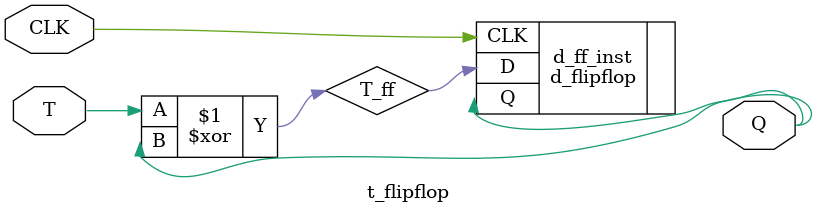
<source format=v>
module sr_flipflop(
    input S, R, CLK,
    output reg Q, Q_bar
);
    wire S_ff, R_ff;
    
    assign S_ff = ~(Q_bar & S);
    assign R_ff = ~(Q & R);
    
    d_flipflop d_ff_inst1 (
        .D(S_ff), .CLK(CLK),
        .Q(Q)
    );
    
    d_flipflop d_ff_inst2 (
        .D(R_ff), .CLK(CLK),
        .Q(Q_bar)
    );
endmodule

module jk_flipflop(
    input J, K, CLK,
    output reg Q
);
    wire J_ff, K_ff;
    
    assign J_ff = ~(Q & K);
    assign K_ff = ~(Q_bar & J);
    
    d_flipflop d_ff_inst1 (
        .D(J_ff), .CLK(CLK),
        .Q(Q)
    );
    
    d_flipflop d_ff_inst2 (
        .D(K_ff), .CLK(CLK),
        .Q(Q_bar)
    );
endmodule

module t_flipflop(
    input T, CLK,
    output reg Q
);
    wire T_ff;
    
    assign T_ff = T ^ Q;
    
    d_flipflop d_ff_inst (
        .D(T_ff), .CLK(CLK),
        .Q(Q)
    );
endmodule

</source>
